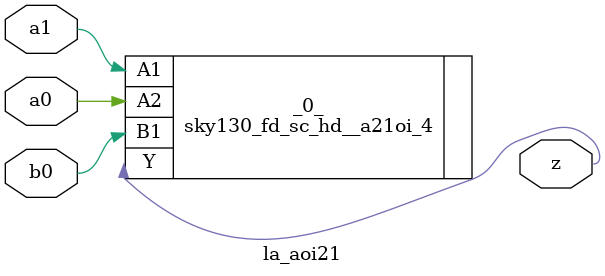
<source format=v>

/* Generated by Yosys 0.44 (git sha1 80ba43d26, g++ 11.4.0-1ubuntu1~22.04 -fPIC -O3) */

(* top =  1  *)
(* src = "inputs/la_aoi21.v:10.1-21.10" *)
module la_aoi21 (
    a0,
    a1,
    b0,
    z
);
  (* src = "inputs/la_aoi21.v:13.12-13.14" *)
  input a0;
  wire a0;
  (* src = "inputs/la_aoi21.v:14.12-14.14" *)
  input a1;
  wire a1;
  (* src = "inputs/la_aoi21.v:15.12-15.14" *)
  input b0;
  wire b0;
  (* src = "inputs/la_aoi21.v:16.12-16.13" *)
  output z;
  wire z;
  sky130_fd_sc_hd__a21oi_4 _0_ (
      .A1(a1),
      .A2(a0),
      .B1(b0),
      .Y (z)
  );
endmodule

</source>
